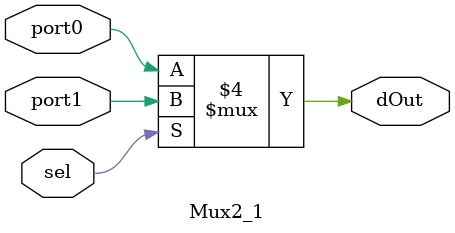
<source format=sv>
`timescale 1ns / 1ps


module Mux2_1 #(parameter WIDTH=1)(
    input [WIDTH-1:0] port0,
    input [WIDTH-1:0] port1,
    input sel,
    output logic [WIDTH-1:0] dOut
    );
        
    always_comb
    begin
        if(sel == 0)
            dOut = port0;
        else
            dOut = port1; 
    end
endmodule
</source>
